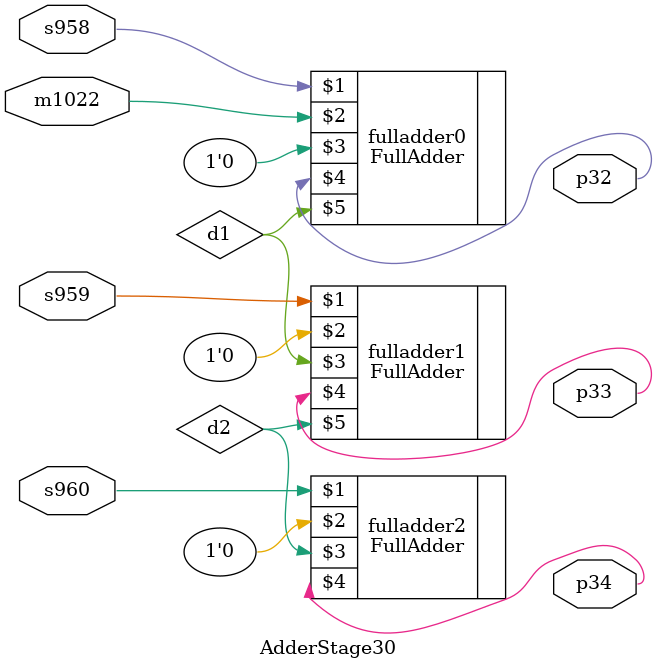
<source format=v>
`timescale 1ns / 1ps

module AdderStage30(m1022,s958,s959,s960,p32,p33,p34);
input m1022,s958,s959,s960;
output p32,p33,p34;
wire d1,d2;


FullAdder fulladder0(s958,m1022,1'b0,p32,d1);
FullAdder fulladder1(s959,1'b0,d1,p33,d2);
FullAdder fulladder2(s960,1'b0,d2,p34,);

endmodule


</source>
